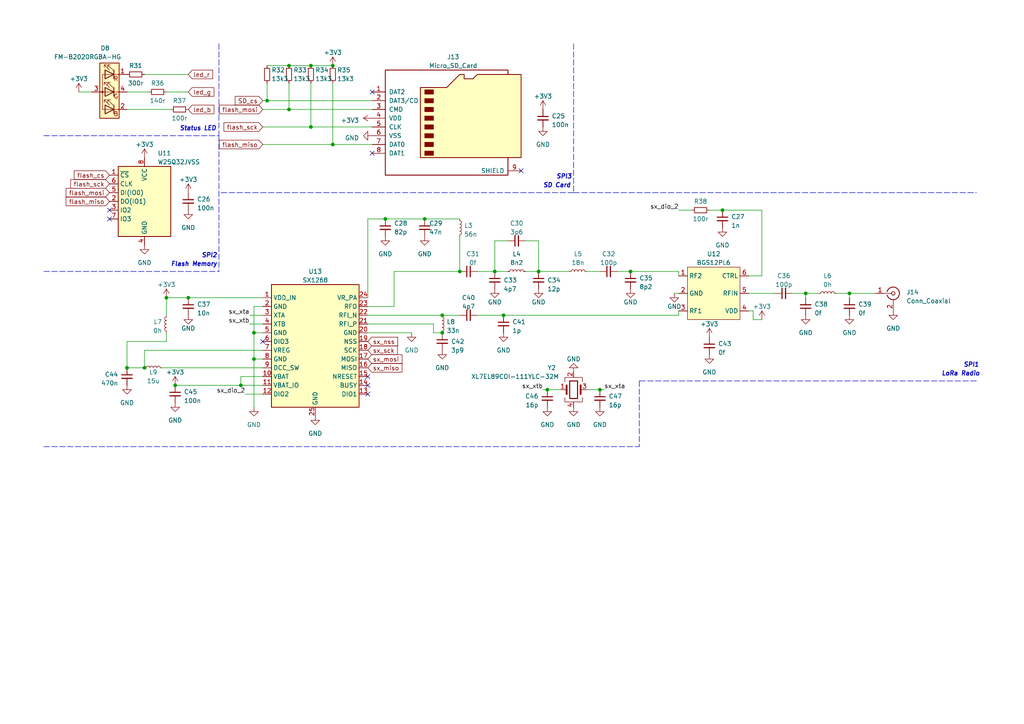
<source format=kicad_sch>
(kicad_sch (version 20230121) (generator eeschema)
  (paper "A4")
  (title_block (title "Connectivity") (company "markbel"))
  (lib_symbols
    (symbol "Connector:Conn_Coaxial" (pin_names (offset 1.016) hide)
      (property "Reference" "J" (at 0.254 3.048 0))
      (property "Value" "Conn_Coaxial" (at 2.921 0 90))
      (symbol "Conn_Coaxial_0_1"
        (arc (start -1.778 -0.508) (mid 0.2311 -1.8066) (end 1.778 0) (stroke (width 0.254)))
        (polyline (pts (xy -2.54 0) (xy -0.508 0)))
        (polyline (pts (xy 0 -2.54) (xy 0 -1.778)))
        (circle (center 0 0) (radius 0.508) (stroke (width 0.2032)))
        (arc (start 1.778 0) (mid 0.2099 1.8101) (end -1.778 0.508) (stroke (width 0.254)))
      )
      (symbol "Conn_Coaxial_1_1"
        (pin passive line (at -5.08 0 0) (length 2.54) (name "In") (number "1"))
        (pin passive line (at 0 -5.08 90) (length 2.54) (name "Ext") (number "2"))
      )
    )
    (symbol "Connector:Micro_SD_Card" (pin_names (offset 1.016))
      (property "Reference" "J" (at -16.51 15.24 0))
      (property "Value" "Micro_SD_Card" (at 16.51 15.24 0))
      (symbol "Micro_SD_Card_0_1"
        (rectangle (start -7.62 -9.525) (end -5.08 -10.795) (fill (type outline)))
        (rectangle (start -7.62 -6.985) (end -5.08 -8.255) (fill (type outline)))
        (rectangle (start -7.62 -4.445) (end -5.08 -5.715) (fill (type outline)))
        (rectangle (start -7.62 -1.905) (end -5.08 -3.175) (fill (type outline)))
        (rectangle (start -7.62 0.635) (end -5.08 -0.635) (fill (type outline)))
        (rectangle (start -7.62 3.175) (end -5.08 1.905) (fill (type outline)))
        (rectangle (start -7.62 5.715) (end -5.08 4.445) (fill (type outline)))
        (rectangle (start -7.62 8.255) (end -5.08 6.985) (fill (type outline)))
        (polyline (pts (xy 16.51 12.7) (xy 16.51 13.97) (xy -19.05 13.97) (xy -19.05 -16.51) (xy 16.51 -16.51) (xy 16.51 -11.43)) (stroke (width 0.254)))
        (polyline (pts (xy -8.89 -11.43) (xy -8.89 8.89) (xy -1.27 8.89) (xy 2.54 12.7) (xy 3.81 12.7) (xy 3.81 11.43) (xy 6.35 11.43) (xy 7.62 12.7) (xy 20.32 12.7) (xy 20.32 -11.43) (xy -8.89 -11.43)) (stroke (width 0.254)) (fill (type background)))
      )
      (symbol "Micro_SD_Card_1_1"
        (pin bidirectional line (at -22.86 7.62 0) (length 3.81) (name "DAT2") (number "1"))
        (pin bidirectional line (at -22.86 5.08 0) (length 3.81) (name "DAT3/CD") (number "2"))
        (pin input line (at -22.86 2.54 0) (length 3.81) (name "CMD") (number "3"))
        (pin power_in line (at -22.86 0 0) (length 3.81) (name "VDD") (number "4"))
        (pin input line (at -22.86 -2.54 0) (length 3.81) (name "CLK") (number "5"))
        (pin power_in line (at -22.86 -5.08 0) (length 3.81) (name "VSS") (number "6"))
        (pin bidirectional line (at -22.86 -7.62 0) (length 3.81) (name "DAT0") (number "7"))
        (pin bidirectional line (at -22.86 -10.16 0) (length 3.81) (name "DAT1") (number "8"))
        (pin passive line (at 20.32 -15.24 180) (length 3.81) (name "SHIELD") (number "9"))
      )
    )
    (symbol "Device:C_Small" (pin_numbers hide) (pin_names (offset 0.254) hide)
      (property "Reference" "C" (at 0.254 1.778 0))
      (property "Value" "C_Small" (at 0.254 -2.032 0))
      (symbol "C_Small_0_1"
        (polyline (pts (xy -1.524 -0.508) (xy 1.524 -0.508)) (stroke (width 0.3302)))
        (polyline (pts (xy -1.524 0.508) (xy 1.524 0.508)) (stroke (width 0.3048)))
      )
      (symbol "C_Small_1_1"
        (pin passive line (at 0 2.54 270) (length 2.032) (name "~") (number "1"))
        (pin passive line (at 0 -2.54 90) (length 2.032) (name "~") (number "2"))
      )
    )
    (symbol "Device:Crystal_GND24" (pin_names (offset 1.016) hide)
      (property "Reference" "Y" (at 3.175 5.08 0))
      (property "Value" "Crystal_GND24" (at 3.175 3.175 0))
      (symbol "Crystal_GND24_0_1"
        (rectangle (start -1.143 2.54) (end 1.143 -2.54) (stroke (width 0.3048)))
        (polyline (pts (xy -2.54 0) (xy -2.032 0)))
        (polyline (pts (xy -2.032 -1.27) (xy -2.032 1.27)) (stroke (width 0.508)))
        (polyline (pts (xy 0 -3.81) (xy 0 -3.556)))
        (polyline (pts (xy 0 3.556) (xy 0 3.81)))
        (polyline (pts (xy 2.032 -1.27) (xy 2.032 1.27)) (stroke (width 0.508)))
        (polyline (pts (xy 2.032 0) (xy 2.54 0)))
        (polyline (pts (xy -2.54 -2.286) (xy -2.54 -3.556) (xy 2.54 -3.556) (xy 2.54 -2.286)))
        (polyline (pts (xy -2.54 2.286) (xy -2.54 3.556) (xy 2.54 3.556) (xy 2.54 2.286)))
      )
      (symbol "Crystal_GND24_1_1"
        (pin passive line (at -3.81 0 0) (length 1.27) (name "1") (number "1"))
        (pin passive line (at 0 5.08 270) (length 1.27) (name "2") (number "2"))
        (pin passive line (at 3.81 0 180) (length 1.27) (name "3") (number "3"))
        (pin passive line (at 0 -5.08 90) (length 1.27) (name "4") (number "4"))
      )
    )
    (symbol "Device:LED_RBAG" (pin_names (offset 0) hide)
      (property "Reference" "D" (at 0 9.398 0))
      (property "Value" "LED_RBAG" (at 0 -8.89 0))
      (symbol "LED_RBAG_0_0"
        (text "B" (at -1.905 -6.35 0) (effects (font (size 1.27 1.27))))
        (text "G" (at -1.905 -1.27 0) (effects (font (size 1.27 1.27))))
        (text "R" (at -1.905 3.81 0) (effects (font (size 1.27 1.27))))
      )
      (symbol "LED_RBAG_0_1"
        (polyline (pts (xy -1.27 -5.08) (xy -2.54 -5.08)))
        (polyline (pts (xy -1.27 -5.08) (xy 1.27 -5.08)))
        (polyline (pts (xy -1.27 -3.81) (xy -1.27 -6.35)) (stroke (width 0.254)))
        (polyline (pts (xy -1.27 0) (xy -2.54 0)))
        (polyline (pts (xy -1.27 1.27) (xy -1.27 -1.27)) (stroke (width 0.254)))
        (polyline (pts (xy -1.27 5.08) (xy -2.54 5.08)))
        (polyline (pts (xy -1.27 5.08) (xy 1.27 5.08)))
        (polyline (pts (xy -1.27 6.35) (xy -1.27 3.81)) (stroke (width 0.254)))
        (polyline (pts (xy 1.27 0) (xy -1.27 0)))
        (polyline (pts (xy 1.27 0) (xy 2.54 0)))
        (polyline (pts (xy -1.27 1.27) (xy -1.27 -1.27) (xy -1.27 -1.27)))
        (polyline (pts (xy -1.27 6.35) (xy -1.27 3.81) (xy -1.27 3.81)))
        (polyline (pts (xy 1.27 -5.08) (xy 2.032 -5.08) (xy 2.032 5.08) (xy 1.27 5.08)))
        (polyline (pts (xy 1.27 -3.81) (xy 1.27 -6.35) (xy -1.27 -5.08) (xy 1.27 -3.81)) (stroke (width 0.254)))
        (polyline (pts (xy 1.27 1.27) (xy 1.27 -1.27) (xy -1.27 0) (xy 1.27 1.27)) (stroke (width 0.254)))
        (polyline (pts (xy 1.27 6.35) (xy 1.27 3.81) (xy -1.27 5.08) (xy 1.27 6.35)) (stroke (width 0.254)))
        (polyline (pts (xy -1.016 -3.81) (xy 0.508 -2.286) (xy -0.254 -2.286) (xy 0.508 -2.286) (xy 0.508 -3.048)))
        (polyline (pts (xy -1.016 1.27) (xy 0.508 2.794) (xy -0.254 2.794) (xy 0.508 2.794) (xy 0.508 2.032)))
        (polyline (pts (xy -1.016 6.35) (xy 0.508 7.874) (xy -0.254 7.874) (xy 0.508 7.874) (xy 0.508 7.112)))
        (polyline (pts (xy 0 -3.81) (xy 1.524 -2.286) (xy 0.762 -2.286) (xy 1.524 -2.286) (xy 1.524 -3.048)))
        (polyline (pts (xy 0 1.27) (xy 1.524 2.794) (xy 0.762 2.794) (xy 1.524 2.794) (xy 1.524 2.032)))
        (polyline (pts (xy 0 6.35) (xy 1.524 7.874) (xy 0.762 7.874) (xy 1.524 7.874) (xy 1.524 7.112)))
        (rectangle (start 1.27 -1.27) (end 1.27 1.27))
        (rectangle (start 1.27 1.27) (end 1.27 1.27))
        (rectangle (start 1.27 3.81) (end 1.27 6.35))
        (rectangle (start 1.27 6.35) (end 1.27 6.35))
        (circle (center 2.032 0) (radius 0.254) (fill (type outline)))
        (rectangle (start 2.794 8.382) (end -2.794 -7.62) (stroke (width 0.254)) (fill (type background)))
      )
      (symbol "LED_RBAG_1_1"
        (pin passive line (at -5.08 5.08 0) (length 2.54) (name "RK") (number "1"))
        (pin passive line (at -5.08 -5.08 0) (length 2.54) (name "BK") (number "2"))
        (pin passive line (at 5.08 0 180) (length 2.54) (name "A") (number "3"))
        (pin passive line (at -5.08 0 0) (length 2.54) (name "GK") (number "4"))
      )
    )
    (symbol "Device:L_Small" (pin_numbers hide) (pin_names (offset 0.254) hide)
      (property "Reference" "L" (at 0.762 1.016 0))
      (property "Value" "L_Small" (at 0.762 -1.016 0))
      (symbol "L_Small_0_1"
        (arc (start 0 -2.032) (mid 0.5058 -1.524) (end 0 -1.016))
        (arc (start 0 -1.016) (mid 0.5058 -0.508) (end 0 0))
        (arc (start 0 0) (mid 0.5058 0.508) (end 0 1.016))
        (arc (start 0 1.016) (mid 0.5058 1.524) (end 0 2.032))
      )
      (symbol "L_Small_1_1"
        (pin passive line (at 0 2.54 270) (length 0.508) (name "~") (number "1"))
        (pin passive line (at 0 -2.54 90) (length 0.508) (name "~") (number "2"))
      )
    )
    (symbol "Device:R_Small" (pin_numbers hide) (pin_names (offset 0.254) hide)
      (property "Reference" "R" (at 0.762 0.508 0))
      (property "Value" "R_Small" (at 0.762 -1.016 0))
      (symbol "R_Small_0_1"
        (rectangle (start -0.762 1.778) (end 0.762 -1.778) (stroke (width 0.2032)))
      )
      (symbol "R_Small_1_1"
        (pin passive line (at 0 2.54 270) (length 0.762) (name "~") (number "1"))
        (pin passive line (at 0 -2.54 90) (length 0.762) (name "~") (number "2"))
      )
    )
    (symbol "Memory_Flash:W25Q32JVSS"
      (property "Reference" "U" (at -6.35 11.43 0))
      (property "Value" "W25Q32JVSS" (at 7.62 11.43 0))
      (symbol "W25Q32JVSS_0_1"
        (rectangle (start -7.62 10.16) (end 7.62 -10.16) (stroke (width 0.254)) (fill (type background)))
      )
      (symbol "W25Q32JVSS_1_1"
        (pin input line (at -10.16 7.62 0) (length 2.54) (name "~{CS}") (number "1"))
        (pin bidirectional line (at -10.16 0 0) (length 2.54) (name "DO(IO1)") (number "2"))
        (pin bidirectional line (at -10.16 -2.54 0) (length 2.54) (name "IO2") (number "3"))
        (pin power_in line (at 0 -12.7 90) (length 2.54) (name "GND") (number "4"))
        (pin bidirectional line (at -10.16 2.54 0) (length 2.54) (name "DI(IO0)") (number "5"))
        (pin input line (at -10.16 5.08 0) (length 2.54) (name "CLK") (number "6"))
        (pin bidirectional line (at -10.16 -5.08 0) (length 2.54) (name "IO3") (number "7"))
        (pin power_in line (at 0 12.7 270) (length 2.54) (name "VCC") (number "8"))
      )
    )
    (symbol "impulse:BGS12PL6"
      (property "Reference" "U" (at 0 0 0))
      (property "Value" "BGS12PL6" (at 0 -2.54 0))
      (symbol "BGS12PL6_1_1"
        (rectangle (start -7.62 -5.08) (end 7.62 -20.32) (fill (type background)))
        (pin passive line (at -10.16 -7.62 0) (length 2.54) (name "RF2") (number "1"))
        (pin power_in line (at -10.16 -12.7 0) (length 2.54) (name "GND") (number "2"))
        (pin passive line (at -10.16 -17.78 0) (length 2.54) (name "RF1") (number "3"))
        (pin power_in line (at 10.16 -17.78 180) (length 2.54) (name "VDD") (number "4"))
        (pin passive line (at 10.16 -12.7 180) (length 2.54) (name "RFIN") (number "5"))
        (pin input line (at 10.16 -7.62 180) (length 2.54) (name "CTRL") (number "6"))
      )
    )
    (symbol "impulse:sx1268"
      (property "Reference" "U" (at 0 0 0))
      (property "Value" "SX1268" (at 0 0 0))
      (symbol "sx1268_0_1"
        (rectangle (start -12.7 -2.54) (end 12.7 -38.1) (stroke (width 0.254)) (fill (type background)))
      )
      (symbol "sx1268_1_1"
        (pin power_in line (at -15.24 -6.35 0) (length 2.54) (name "VDD_IN") (number "1"))
        (pin input line (at -15.24 -29.21 0) (length 2.54) (name "VBAT") (number "10"))
        (pin input line (at -15.24 -31.75 0) (length 2.54) (name "VBAT_IO") (number "11"))
        (pin bidirectional line (at -15.24 -34.29 0) (length 2.54) (name "DIO2") (number "12"))
        (pin bidirectional line (at 15.24 -34.29 180) (length 2.54) (name "DIO1") (number "13"))
        (pin output line (at 15.24 -31.75 180) (length 2.54) (name "BUSY") (number "14"))
        (pin input line (at 15.24 -29.21 180) (length 2.54) (name "NRESET") (number "15"))
        (pin output line (at 15.24 -26.67 180) (length 2.54) (name "MISO") (number "16"))
        (pin input line (at 15.24 -24.13 180) (length 2.54) (name "MOSI") (number "17"))
        (pin input line (at 15.24 -21.59 180) (length 2.54) (name "SCK") (number "18"))
        (pin input line (at 15.24 -19.05 180) (length 2.54) (name "NSS") (number "19"))
        (pin power_in line (at -15.24 -8.89 0) (length 2.54) (name "GND") (number "2"))
        (pin power_in line (at 15.24 -16.51 180) (length 2.54) (name "GND") (number "20"))
        (pin input line (at 15.24 -13.97 180) (length 2.54) (name "RFI_P") (number "21"))
        (pin input line (at 15.24 -11.43 180) (length 2.54) (name "RFI_N") (number "22"))
        (pin output line (at 15.24 -8.89 180) (length 2.54) (name "RFO") (number "23"))
        (pin bidirectional line (at 15.24 -6.35 180) (length 2.54) (name "VR_PA") (number "24"))
        (pin power_in line (at 0 -40.64 90) (length 2.54) (name "GND") (number "25"))
        (pin passive line (at -15.24 -11.43 0) (length 2.54) (name "XTA") (number "3"))
        (pin passive line (at -15.24 -13.97 0) (length 2.54) (name "XTB") (number "4"))
        (pin power_in line (at -15.24 -16.51 0) (length 2.54) (name "GND") (number "5"))
        (pin bidirectional line (at -15.24 -19.05 0) (length 2.54) (name "DIO3") (number "6"))
        (pin output line (at -15.24 -21.59 0) (length 2.54) (name "VREG") (number "7"))
        (pin power_in line (at -15.24 -24.13 0) (length 2.54) (name "GND") (number "8"))
        (pin output line (at -15.24 -26.67 0) (length 2.54) (name "DCC_SW") (number "9"))
      )
    )
    (symbol "power:+3V3" (power) (pin_names (offset 0))
      (property "Value" "+3V3" (at 0 3.556 0))
      (symbol "+3V3_0_1"
        (polyline (pts (xy -0.762 1.27) (xy 0 2.54)))
        (polyline (pts (xy 0 0) (xy 0 2.54)))
        (polyline (pts (xy 0 2.54) (xy 0.762 1.27)))
      )
      (symbol "+3V3_1_1"
        (pin power_in line (at 0 0 90) (length 0) hide (name "+3V3") (number "1"))
      )
    )
    (symbol "power:GND" (power) (pin_names (offset 0))
      (property "Value" "GND" (at 0 -3.81 0))
      (symbol "GND_0_1"
        (polyline (pts (xy 0 0) (xy 0 -1.27) (xy 1.27 -1.27) (xy 0 -2.54) (xy -1.27 -1.27) (xy 0 -1.27)))
      )
      (symbol "GND_1_1"
        (pin power_in line (at 0 0 270) (length 0) hide (name "GND") (number "1"))
      )
    )
  )
  (junction (at 128.27 91.44))
  (junction (at 146.05 91.44))
  (junction (at 54.61 86.36))
  (junction (at 209.55 60.96))
  (junction (at 48.26 86.36))
  (junction (at 128.27 96.52))
  (junction (at 156.21 78.74))
  (junction (at 246.38 85.09))
  (junction (at 96.52 19.05))
  (junction (at 73.66 96.52))
  (junction (at 111.76 63.5))
  (junction (at 90.17 36.83))
  (junction (at 158.75 113.03))
  (junction (at 133.35 78.74))
  (junction (at 90.17 19.05))
  (junction (at 96.52 41.91))
  (junction (at 69.85 111.76))
  (junction (at 41.91 106.68))
  (junction (at 143.51 78.74))
  (junction (at 233.68 85.09))
  (junction (at 123.19 63.5))
  (junction (at 73.66 104.14))
  (junction (at 83.82 31.75))
  (junction (at 36.83 106.68))
  (junction (at 182.88 78.74))
  (junction (at 77.47 29.21))
  (junction (at 173.99 113.03))
  (junction (at 83.82 19.05))
  (junction (at 50.8 111.76))
  (no_connect (at 107.95 26.67))
  (no_connect (at 106.68 109.22))
  (no_connect (at 107.95 44.45))
  (no_connect (at 31.75 60.96))
  (no_connect (at 151.13 49.53))
  (no_connect (at 106.68 114.3))
  (no_connect (at 76.2 99.06))
  (no_connect (at 31.75 63.5))
  (no_connect (at 106.68 111.76))
  (wire (pts (xy 229.87 85.09) (xy 233.68 85.09)))
  (wire (pts (xy 76.2 88.9) (xy 73.66 88.9)))
  (wire (pts (xy 76.2 41.91) (xy 96.52 41.91)))
  (wire (pts (xy 36.83 99.06) (xy 36.83 106.68)))
  (wire (pts (xy 41.91 21.59) (xy 54.61 21.59)))
  (wire (pts (xy 125.73 96.52) (xy 128.27 96.52)))
  (polyline (pts (xy 12.7 129.54) (xy 185.42 129.54)) (stroke (width 0) (type dash)))
  (wire (pts (xy 73.66 104.14) (xy 73.66 118.11)))
  (wire (pts (xy 106.68 96.52) (xy 119.38 96.52)))
  (wire (pts (xy 217.17 85.09) (xy 224.79 85.09)))
  (wire (pts (xy 158.75 113.03) (xy 162.56 113.03)))
  (wire (pts (xy 76.2 104.14) (xy 73.66 104.14)))
  (wire (pts (xy 170.18 113.03) (xy 173.99 113.03)))
  (wire (pts (xy 90.17 19.05) (xy 96.52 19.05)))
  (wire (pts (xy 76.2 36.83) (xy 90.17 36.83)))
  (wire (pts (xy 69.85 109.22) (xy 69.85 111.76)))
  (wire (pts (xy 233.68 85.09) (xy 233.68 86.36)))
  (polyline (pts (xy 12.7 78.74) (xy 63.5 78.74)) (stroke (width 0) (type dash)))
  (wire (pts (xy 83.82 24.13) (xy 83.82 31.75)))
  (wire (pts (xy 77.47 29.21) (xy 107.95 29.21)))
  (wire (pts (xy 96.52 24.13) (xy 96.52 41.91)))
  (wire (pts (xy 76.2 101.6) (xy 41.91 101.6)))
  (wire (pts (xy 143.51 78.74) (xy 147.32 78.74)))
  (wire (pts (xy 72.39 93.98) (xy 76.2 93.98)))
  (wire (pts (xy 143.51 69.85) (xy 143.51 78.74)))
  (wire (pts (xy 125.73 93.98) (xy 125.73 96.52)))
  (wire (pts (xy 196.85 60.96) (xy 200.66 60.96)))
  (wire (pts (xy 218.44 90.17) (xy 218.44 92.71)))
  (wire (pts (xy 73.66 96.52) (xy 73.66 104.14)))
  (wire (pts (xy 106.68 91.44) (xy 128.27 91.44)))
  (wire (pts (xy 123.19 63.5) (xy 133.35 63.5)))
  (wire (pts (xy 233.68 85.09) (xy 237.49 85.09)))
  (polyline (pts (xy 185.42 110.49) (xy 185.42 129.54)) (stroke (width 0) (type dash)))
  (wire (pts (xy 76.2 96.52) (xy 73.66 96.52)))
  (polyline (pts (xy 283.21 110.49) (xy 185.42 110.49)) (stroke (width 0) (type dash)))
  (wire (pts (xy 77.47 24.13) (xy 77.47 29.21)))
  (wire (pts (xy 26.67 26.67) (xy 22.86 26.67)))
  (wire (pts (xy 128.27 91.44) (xy 133.35 91.44)))
  (wire (pts (xy 77.47 19.05) (xy 83.82 19.05)))
  (wire (pts (xy 146.05 91.44) (xy 196.85 91.44)))
  (polyline (pts (xy 12.7 39.37) (xy 63.5 39.37)) (stroke (width 0) (type dash)))
  (polyline (pts (xy 166.37 55.88) (xy 283.21 55.88)) (stroke (width 0) (type dash)))
  (wire (pts (xy 114.3 78.74) (xy 133.35 78.74)))
  (wire (pts (xy 71.12 114.3) (xy 76.2 114.3)))
  (wire (pts (xy 106.68 88.9) (xy 114.3 88.9)))
  (wire (pts (xy 246.38 85.09) (xy 242.57 85.09)))
  (wire (pts (xy 76.2 31.75) (xy 83.82 31.75)))
  (wire (pts (xy 106.68 86.36) (xy 106.68 63.5)))
  (polyline (pts (xy 166.37 12.7) (xy 166.37 55.88)) (stroke (width 0) (type dash)))
  (wire (pts (xy 54.61 86.36) (xy 76.2 86.36)))
  (wire (pts (xy 195.58 85.09) (xy 196.85 85.09)))
  (wire (pts (xy 209.55 60.96) (xy 220.98 60.96)))
  (wire (pts (xy 152.4 78.74) (xy 156.21 78.74)))
  (wire (pts (xy 205.74 60.96) (xy 209.55 60.96)))
  (wire (pts (xy 182.88 78.74) (xy 196.85 78.74)))
  (wire (pts (xy 50.8 111.76) (xy 69.85 111.76)))
  (wire (pts (xy 157.48 113.03) (xy 158.75 113.03)))
  (wire (pts (xy 73.66 88.9) (xy 73.66 96.52)))
  (wire (pts (xy 217.17 90.17) (xy 218.44 90.17)))
  (wire (pts (xy 246.38 85.09) (xy 254 85.09)))
  (wire (pts (xy 170.18 78.74) (xy 173.99 78.74)))
  (wire (pts (xy 217.17 80.01) (xy 220.98 80.01)))
  (wire (pts (xy 111.76 63.5) (xy 123.19 63.5)))
  (wire (pts (xy 48.26 96.52) (xy 48.26 99.06)))
  (wire (pts (xy 46.99 106.68) (xy 76.2 106.68)))
  (wire (pts (xy 83.82 19.05) (xy 90.17 19.05)))
  (wire (pts (xy 106.68 63.5) (xy 111.76 63.5)))
  (wire (pts (xy 218.44 92.71) (xy 220.98 92.71)))
  (wire (pts (xy 138.43 91.44) (xy 146.05 91.44)))
  (wire (pts (xy 196.85 91.44) (xy 196.85 90.17)))
  (wire (pts (xy 156.21 69.85) (xy 156.21 78.74)))
  (wire (pts (xy 182.88 78.74) (xy 179.07 78.74)))
  (wire (pts (xy 48.26 99.06) (xy 36.83 99.06)))
  (wire (pts (xy 106.68 93.98) (xy 125.73 93.98)))
  (wire (pts (xy 76.2 29.21) (xy 77.47 29.21)))
  (wire (pts (xy 114.3 88.9) (xy 114.3 78.74)))
  (polyline (pts (xy 63.5 39.37) (xy 63.5 78.74)) (stroke (width 0) (type dash)))
  (wire (pts (xy 156.21 78.74) (xy 165.1 78.74)))
  (wire (pts (xy 90.17 36.83) (xy 107.95 36.83)))
  (wire (pts (xy 36.83 31.75) (xy 49.53 31.75)))
  (wire (pts (xy 54.61 86.36) (xy 48.26 86.36)))
  (wire (pts (xy 138.43 78.74) (xy 143.51 78.74)))
  (wire (pts (xy 41.91 101.6) (xy 41.91 106.68)))
  (wire (pts (xy 196.85 78.74) (xy 196.85 80.01)))
  (wire (pts (xy 246.38 86.36) (xy 246.38 85.09)))
  (wire (pts (xy 147.32 69.85) (xy 143.51 69.85)))
  (wire (pts (xy 173.99 113.03) (xy 175.26 113.03)))
  (wire (pts (xy 220.98 80.01) (xy 220.98 60.96)))
  (wire (pts (xy 69.85 111.76) (xy 76.2 111.76)))
  (wire (pts (xy 48.26 86.36) (xy 48.26 91.44)))
  (wire (pts (xy 133.35 68.58) (xy 133.35 78.74)))
  (wire (pts (xy 36.83 26.67) (xy 43.18 26.67)))
  (wire (pts (xy 152.4 69.85) (xy 156.21 69.85)))
  (polyline (pts (xy 166.37 55.88) (xy 63.5 55.88)) (stroke (width 0) (type dash)))
  (polyline (pts (xy 63.5 12.7) (xy 63.5 39.37)) (stroke (width 0) (type dash)))
  (wire (pts (xy 90.17 24.13) (xy 90.17 36.83)))
  (wire (pts (xy 72.39 91.44) (xy 76.2 91.44)))
  (wire (pts (xy 36.83 106.68) (xy 41.91 106.68)))
  (wire (pts (xy 76.2 109.22) (xy 69.85 109.22)))
  (wire (pts (xy 96.52 41.91) (xy 107.95 41.91)))
  (wire (pts (xy 83.82 31.75) (xy 107.95 31.75)))
  (wire (pts (xy 48.26 26.67) (xy 54.61 26.67)))
  (text "SPI2" (at 58.42 74.93 0) (effects (font (size 1.27 1.27) (thickness 0.254) bold italic) (justify left bottom)))
  (text "SPI3\n" (at 161.29 52.07 0) (effects (font (size 1.27 1.27) (thickness 0.254) bold italic) (justify left bottom)))
  (text "LoRa Radio" (at 273.05 109.22 0) (effects (font (size 1.27 1.27) (thickness 0.254) bold italic) (justify left bottom)))
  (text "Status LED" (at 52.07 38.1 0) (effects (font (size 1.27 1.27) (thickness 0.254) bold italic) (justify left bottom)))
  (text "SPI1" (at 279.4 106.68 0) (effects (font (size 1.27 1.27) (thickness 0.254) bold italic) (justify left bottom)))
  (text "Flash Memory" (at 49.53 77.47 0) (effects (font (size 1.27 1.27) (thickness 0.254) bold italic) (justify left bottom)))
  (text "SD Card" (at 157.48 54.61 0) (effects (font (size 1.27 1.27) (thickness 0.254) bold italic) (justify left bottom)))
  (label "sx_dio_2" (at 196.85 60.96 180))
  (label "sx_xta" (at 175.26 113.03 0))
  (label "sx_xta" (at 72.39 91.44 180))
  (label "sx_xtb" (at 157.48 113.03 180))
  (label "sx_dio_2" (at 71.12 114.3 180))
  (label "sx_xtb" (at 72.39 93.98 180))
  (global_label "flash_sck" (shape input) (at 76.2 36.83 180) (property "Intersheetrefs" "${INTERSHEET_REFS}" (effects hide)))
  (global_label "sx_sck" (shape input) (at 106.68 101.6 0) (property "Intersheetrefs" "${INTERSHEET_REFS}" (effects hide)))
  (global_label "flash_mosi" (shape input) (at 31.75 55.88 180) (property "Intersheetrefs" "${INTERSHEET_REFS}" (effects hide)))
  (global_label "led_b" (shape input) (at 54.61 31.75 0) (property "Intersheetrefs" "${INTERSHEET_REFS}" (effects hide)))
  (global_label "flash_sck" (shape input) (at 31.75 53.34 180) (property "Intersheetrefs" "${INTERSHEET_REFS}" (effects hide)))
  (global_label "sx_mosi" (shape input) (at 106.68 104.14 0) (property "Intersheetrefs" "${INTERSHEET_REFS}" (effects hide)))
  (global_label "led_g" (shape input) (at 54.61 26.67 0) (property "Intersheetrefs" "${INTERSHEET_REFS}" (effects hide)))
  (global_label "SD_cs" (shape input) (at 76.2 29.21 180) (property "Intersheetrefs" "${INTERSHEET_REFS}" (effects hide)))
  (global_label "flash_mosi" (shape input) (at 76.2 31.75 180) (property "Intersheetrefs" "${INTERSHEET_REFS}" (effects hide)))
  (global_label "sx_miso" (shape input) (at 106.68 106.68 0) (property "Intersheetrefs" "${INTERSHEET_REFS}" (effects hide)))
  (global_label "flash_miso" (shape input) (at 76.2 41.91 180) (property "Intersheetrefs" "${INTERSHEET_REFS}" (effects hide)))
  (global_label "led_r" (shape input) (at 54.61 21.59 0) (property "Intersheetrefs" "${INTERSHEET_REFS}" (effects hide)))
  (global_label "sx_nss" (shape input) (at 106.68 99.06 0) (property "Intersheetrefs" "${INTERSHEET_REFS}" (effects hide)))
  (global_label "flash_cs" (shape input) (at 31.75 50.8 180) (property "Intersheetrefs" "${INTERSHEET_REFS}" (effects hide)))
  (global_label "flash_miso" (shape input) (at 31.75 58.42 180) (property "Intersheetrefs" "${INTERSHEET_REFS}" (effects hide)))
  (symbol (lib_id "Device:L_Small") (at 167.64 78.74 90) (unit 1)
    (property "Reference" "L5" (at 167.64 73.66 90))
    (property "Value" "18n" (at 167.64 76.2 90))
    (property "Footprint" "Inductor_SMD:L_0402_1005Metric" (effects hide))
    (property "lcsc" "C395050" (effects hide))
  )
  (symbol (lib_id "Device:L_Small") (at 133.35 66.04 0) (unit 1)
    (property "Reference" "L3" (at 134.62 65.405 0) (effects (justify left)))
    (property "Value" "56n" (at 134.62 67.945 0) (effects (justify left)))
    (property "Footprint" "Inductor_SMD:L_0402_1005Metric" (effects hide))
    (property "lcsc" "C90181" (effects hide))
  )
  (symbol (lib_id "Device:R_Small") (at 52.07 31.75 90) (unit 1)
    (property "Reference" "R37" (at 52.07 29.21 90))
    (property "Value" "100r" (at 52.07 34.29 90))
    (property "Footprint" "Resistor_SMD:R_0402_1005Metric" (effects hide))
    (property "lcsc" "C3152058" (effects hide))
  )
  (symbol (lib_id "Device:C_Small") (at 135.89 78.74 90) (unit 1)
    (property "Reference" "C31" (at 137.16 73.66 90))
    (property "Value" "0f" (at 137.16 76.2 90))
    (property "Footprint" "Capacitor_SMD:C_0402_1005Metric" (effects hide))
  )
  (symbol (lib_id "Device:L_Small") (at 44.45 106.68 90) (unit 1)
    (property "Reference" "L9" (at 44.45 107.95 90))
    (property "Value" "15u" (at 44.45 110.49 90))
    (property "Footprint" "Inductor_SMD:L_0805_2012Metric" (effects hide))
    (property "lcsc" "C383402" (effects hide))
  )
  (symbol (lib_id "Device:R_Small") (at 77.47 21.59 0) (unit 1)
    (property "Reference" "R32" (at 78.74 20.32 0) (effects (justify left)))
    (property "Value" "13k3" (at 78.74 22.86 0) (effects (justify left)))
    (property "Footprint" "Resistor_SMD:R_0402_1005Metric" (effects hide))
    (property "lcsc" "C3015832" (effects hide))
  )
  (symbol (lib_id "Device:C_Small") (at 36.83 109.22 0) (unit 1)
    (property "Reference" "C44" (at 34.29 108.5913 0) (effects (justify right)))
    (property "Value" "470n" (at 34.29 111.1313 0) (effects (justify right)))
    (property "Footprint" "Capacitor_SMD:C_0402_1005Metric" (effects hide))
    (property "lcsc" "C5142573" (effects hide))
  )
  (symbol (lib_id "power:GND") (at 54.61 91.44 0) (unit 1)
    (property "Reference" "#PWR092" (effects hide))
    (property "Value" "GND" (at 54.61 95.25 0))
  )
  (symbol (lib_id "Memory_Flash:W25Q32JVSS") (at 41.91 58.42 0) (unit 1)
    (property "Reference" "U11" (at 45.72 44.45 0) (effects (justify left)))
    (property "Value" "W25Q32JVSS" (at 45.72 46.99 0) (effects (justify left)))
    (property "Footprint" "Package_SO:SOIC-8_5.23x5.23mm_P1.27mm" (effects hide))
    (property "Datasheet" "http://www.winbond.com/resource-files/w25q32jv%20revg%2003272018%20plus.pdf" (effects hide))
    (property "lcsc" " C2834491" (effects hide))
  )
  (symbol (lib_id "Device:C_Small") (at 54.61 58.42 0) (unit 1)
    (property "Reference" "C26" (at 57.15 57.7913 0) (effects (justify left)))
    (property "Value" "100n" (at 57.15 60.3313 0) (effects (justify left)))
    (property "Footprint" "Capacitor_SMD:C_0402_1005Metric" (effects hide))
    (property "lcsc" "C1525" (effects hide))
  )
  (symbol (lib_id "Device:C_Small") (at 209.55 63.5 0) (unit 1)
    (property "Reference" "C27" (at 212.09 62.8713 0) (effects (justify left)))
    (property "Value" "1n" (at 212.09 65.4113 0) (effects (justify left)))
    (property "Footprint" "Capacitor_SMD:C_0402_1005Metric" (effects hide))
    (property "lcsc" "C53547" (effects hide))
  )
  (symbol (lib_id "Device:C_Small") (at 157.48 34.29 0) (unit 1)
    (property "Reference" "C25" (at 160.02 33.6613 0) (effects (justify left)))
    (property "Value" "100n" (at 160.02 36.2013 0) (effects (justify left)))
    (property "Footprint" "Capacitor_SMD:C_0402_1005Metric" (effects hide))
    (property "lcsc" "C1525" (effects hide))
  )
  (symbol (lib_id "Device:C_Small") (at 156.21 81.28 0) (unit 1)
    (property "Reference" "C34" (at 158.75 81.28 0) (effects (justify left)))
    (property "Value" "12p" (at 158.75 83.82 0) (effects (justify left)))
    (property "Footprint" "Capacitor_SMD:C_0402_1005Metric" (effects hide))
    (property "lcsc" "C1547" (effects hide))
  )
  (symbol (lib_id "power:+3V3") (at 205.74 97.79 0) (unit 1)
    (property "Reference" "#PWR098" (effects hide))
    (property "Value" "+3V3" (at 205.74 93.98 0))
  )
  (symbol (lib_id "power:GND") (at 166.37 118.11 0) (unit 1)
    (property "Reference" "#PWR0107" (effects hide))
    (property "Value" "GND" (at 166.37 123.19 0))
  )
  (symbol (lib_id "power:GND") (at 50.8 116.84 0) (unit 1)
    (property "Reference" "#PWR0104" (effects hide))
    (property "Value" "GND" (at 50.8 121.92 0))
  )
  (symbol (lib_id "Device:L_Small") (at 149.86 78.74 90) (unit 1)
    (property "Reference" "L4" (at 149.86 73.66 90))
    (property "Value" "8n2" (at 149.86 76.2 90))
    (property "Footprint" "Inductor_SMD:L_0402_1005Metric" (effects hide))
    (property "lcsc" "C90138" (effects hide))
  )
  (symbol (lib_id "power:GND") (at 41.91 71.12 0) (unit 1)
    (property "Reference" "#PWR085" (effects hide))
    (property "Value" "GND" (at 41.91 76.2 0))
  )
  (symbol (lib_id "power:GND") (at 54.61 60.96 0) (unit 1)
    (property "Reference" "#PWR081" (effects hide))
    (property "Value" "GND" (at 54.61 66.04 0))
  )
  (symbol (lib_id "Device:L_Small") (at 128.27 93.98 0) (unit 1)
    (property "Reference" "L8" (at 129.54 93.345 0) (effects (justify left)))
    (property "Value" "33n" (at 129.54 95.885 0) (effects (justify left)))
    (property "Footprint" "Inductor_SMD:L_0402_1005Metric" (effects hide))
    (property "lcsc" "C381885" (effects hide))
  )
  (symbol (lib_id "power:GND") (at 91.44 120.65 0) (unit 1)
    (property "Reference" "#PWR0109" (effects hide))
    (property "Value" "GND" (at 91.44 125.73 0))
  )
  (symbol (lib_id "Device:R_Small") (at 45.72 26.67 90) (unit 1)
    (property "Reference" "R36" (at 45.72 24.13 90))
    (property "Value" "140r" (at 45.72 29.21 90))
    (property "Footprint" "Resistor_SMD:R_0402_1005Metric" (effects hide))
    (property "lcsc" "C3015963" (effects hide))
  )
  (symbol (lib_id "Device:C_Small") (at 128.27 99.06 0) (unit 1)
    (property "Reference" "C42" (at 130.81 99.06 0) (effects (justify left)))
    (property "Value" "3p9" (at 130.81 101.6 0) (effects (justify left)))
    (property "Footprint" "Capacitor_SMD:C_0402_1005Metric" (effects hide))
    (property "lcsc" "C696882" (effects hide))
  )
  (symbol (lib_id "power:+3V3") (at 54.61 55.88 0) (mirror y) (unit 1)
    (property "Reference" "#PWR080" (effects hide))
    (property "Value" "+3V3" (at 54.61 52.07 0))
  )
  (symbol (lib_id "power:+3V3") (at 50.8 111.76 0) (mirror y) (unit 1)
    (property "Reference" "#PWR0103" (effects hide))
    (property "Value" "+3V3" (at 50.8 107.95 0))
  )
  (symbol (lib_id "power:GND") (at 143.51 83.82 0) (unit 1)
    (property "Reference" "#PWR086" (effects hide))
    (property "Value" "GND" (at 143.51 87.63 0))
  )
  (symbol (lib_id "power:GND") (at 73.66 118.11 0) (unit 1)
    (property "Reference" "#PWR0105" (effects hide))
    (property "Value" "GND" (at 73.66 123.19 0))
  )
  (symbol (lib_id "Connector:Micro_SD_Card") (at 130.81 34.29 0) (unit 1)
    (property "Reference" "J13" (at 131.445 16.51 0))
    (property "Value" "Micro_SD_Card" (at 131.445 19.05 0))
    (property "Footprint" "Connector_Card:microSD-Generic" (effects hide))
    (property "Datasheet" "http://katalog.we-online.de/em/datasheet/693072010801.pdf" (effects hide))
    (property "lcsc" "C393941" (effects hide))
  )
  (symbol (lib_id "Device:C_Small") (at 146.05 93.98 0) (unit 1)
    (property "Reference" "C41" (at 148.59 93.3513 0) (effects (justify left)))
    (property "Value" "1p" (at 148.59 95.8913 0) (effects (justify left)))
    (property "Footprint" "Capacitor_SMD:C_0402_1005Metric" (effects hide))
    (property "lcsc" "C5137619" (effects hide))
  )
  (symbol (lib_id "Device:C_Small") (at 233.68 88.9 180) (unit 1)
    (property "Reference" "C38" (at 236.22 88.2586 0) (effects (justify right)))
    (property "Value" "0f" (at 236.22 90.7986 0) (effects (justify right)))
    (property "Footprint" "Capacitor_SMD:C_0402_1005Metric" (effects hide))
  )
  (symbol (lib_id "power:GND") (at 157.48 36.83 0) (unit 1)
    (property "Reference" "#PWR077" (effects hide))
    (property "Value" "GND" (at 157.48 41.91 0))
  )
  (symbol (lib_id "Device:C_Small") (at 54.61 88.9 0) (unit 1)
    (property "Reference" "C37" (at 57.15 88.2713 0) (effects (justify left)))
    (property "Value" "10n" (at 57.15 90.8113 0) (effects (justify left)))
    (property "Footprint" "Capacitor_SMD:C_0603_1608Metric" (effects hide))
    (property "lcsc" "C525264" (effects hide))
  )
  (symbol (lib_id "power:GND") (at 205.74 102.87 0) (unit 1)
    (property "Reference" "#PWR0100" (effects hide))
    (property "Value" "GND" (at 205.74 107.95 0))
  )
  (symbol (lib_id "power:GND") (at 158.75 118.11 0) (unit 1)
    (property "Reference" "#PWR0106" (effects hide))
    (property "Value" "GND" (at 158.75 123.19 0))
  )
  (symbol (lib_id "power:+3V3") (at 22.86 26.67 0) (mirror y) (unit 1)
    (property "Reference" "#PWR074" (effects hide))
    (property "Value" "+3V3" (at 22.86 22.86 0))
  )
  (symbol (lib_id "Device:C_Small") (at 173.99 115.57 0) (unit 1)
    (property "Reference" "C47" (at 176.53 114.9413 0) (effects (justify left)))
    (property "Value" "16p" (at 176.53 117.4813 0) (effects (justify left)))
    (property "Footprint" "Capacitor_SMD:C_0402_1005Metric" (effects hide))
    (property "lcsc" "C5142569" (effects hide))
  )
  (symbol (lib_id "power:+3V3") (at 157.48 31.75 0) (mirror y) (unit 1)
    (property "Reference" "#PWR075" (effects hide))
    (property "Value" "+3V3" (at 157.48 27.94 0))
  )
  (symbol (lib_id "Device:C_Small") (at 246.38 88.9 0) (unit 1)
    (property "Reference" "C39" (at 248.92 88.2713 0) (effects (justify left)))
    (property "Value" "0f" (at 248.92 90.8113 0) (effects (justify left)))
    (property "Footprint" "Capacitor_SMD:C_0402_1005Metric" (effects hide))
  )
  (symbol (lib_id "Device:C_Small") (at 149.86 69.85 90) (unit 1)
    (property "Reference" "C30" (at 149.86 64.77 90))
    (property "Value" "3p6" (at 149.86 67.31 90))
    (property "Footprint" "Capacitor_SMD:C_0402_1005Metric" (effects hide))
    (property "lcsc" "C5186879" (effects hide))
  )
  (symbol (lib_id "Device:L_Small") (at 48.26 93.98 0) (mirror y) (unit 1)
    (property "Reference" "L7" (at 46.99 93.345 0) (effects (justify left)))
    (property "Value" "0h" (at 46.99 95.885 0) (effects (justify left)))
    (property "Footprint" "Inductor_SMD:L_0402_1005Metric" (effects hide))
  )
  (symbol (lib_id "Device:LED_RBAG") (at 31.75 26.67 0) (mirror y) (unit 1)
    (property "Reference" "D8" (at 30.48 13.97 0))
    (property "Value" "FM-B2020RGBA-HG" (at 25.4 16.51 0))
    (property "Footprint" "LED_SMD:FM-B2020RGBA-HG" (effects hide))
    (property "lcsc" "C108793" (effects hide))
  )
  (symbol (lib_id "Device:C_Small") (at 176.53 78.74 90) (unit 1)
    (property "Reference" "C32" (at 176.5363 73.66 90))
    (property "Value" "100p" (at 176.5363 76.2 90))
    (property "Footprint" "Capacitor_SMD:C_0402_1005Metric" (effects hide))
    (property "lcsc" "C1546" (effects hide))
  )
  (symbol (lib_id "power:GND") (at 246.38 91.44 0) (unit 1)
    (property "Reference" "#PWR094" (effects hide))
    (property "Value" "GND" (at 246.38 96.52 0))
  )
  (symbol (lib_id "power:GND") (at 128.27 101.6 0) (unit 1)
    (property "Reference" "#PWR099" (effects hide))
    (property "Value" "GND" (at 128.27 106.68 0))
  )
  (symbol (lib_id "power:GND") (at 259.08 90.17 0) (unit 1)
    (property "Reference" "#PWR091" (effects hide))
    (property "Value" "GND" (at 259.08 95.25 0))
  )
  (symbol (lib_id "Device:R_Small") (at 203.2 60.96 90) (unit 1)
    (property "Reference" "R38" (at 203.2 58.42 90))
    (property "Value" "100r" (at 203.2 63.5 90))
    (property "Footprint" "Resistor_SMD:R_0402_1005Metric" (effects hide))
    (property "lcsc" "C3152058" (effects hide))
  )
  (symbol (lib_id "Device:C_Small") (at 123.19 66.04 0) (unit 1)
    (property "Reference" "C29" (at 124.46 64.77 0) (effects (justify left)))
    (property "Value" "47n" (at 124.46 67.31 0) (effects (justify left)))
    (property "Footprint" "Capacitor_SMD:C_0402_1005Metric" (effects hide))
    (property "lcsc" "C5137574" (effects hide))
  )
  (symbol (lib_id "Device:C_Small") (at 182.88 81.28 0) (unit 1)
    (property "Reference" "C35" (at 185.42 80.6513 0) (effects (justify left)))
    (property "Value" "8p2" (at 185.42 83.1913 0) (effects (justify left)))
    (property "Footprint" "Capacitor_SMD:C_0603_1608Metric" (effects hide))
    (property "lcsc" "C5137629" (effects hide))
  )
  (symbol (lib_id "impulse:sx1268") (at 91.44 80.01 0) (unit 1)
    (property "Reference" "U13" (at 91.44 78.74 0))
    (property "Value" "SX1268" (at 91.44 81.28 0))
    (property "Footprint" "Package_DFN_QFN:QFN-24-1EP_4x4mm_P0.5mm_EP2.7x2.7mm" (effects hide))
    (property "Datasheet" "https://datasheet.lcsc.com/lcsc/2004230932_SEMTECH-SX1268IMLTRT_C244368.pdf" (effects hide))
    (property "lcsc" "C244368" (effects hide))
  )
  (symbol (lib_id "power:GND") (at 36.83 111.76 0) (unit 1)
    (property "Reference" "#PWR0102" (effects hide))
    (property "Value" "GND" (at 36.83 116.84 0))
  )
  (symbol (lib_id "Connector:Conn_Coaxial") (at 259.08 85.09 0) (unit 1)
    (property "Reference" "J14" (at 262.89 84.7482 0) (effects (justify left)))
    (property "Value" "Conn_Coaxial" (at 262.89 87.2882 0) (effects (justify left)))
    (property "Footprint" "Connector_Coaxial:U.FL_Hirose_U.FL-R-SMT-1_Vertical" (effects hide))
    (property "Datasheet" " ~" (effects hide))
    (property "lcsc" "C5299419" (effects hide))
  )
  (symbol (lib_id "power:GND") (at 209.55 66.04 0) (unit 1)
    (property "Reference" "#PWR082" (effects hide))
    (property "Value" "GND" (at 209.55 71.12 0))
  )
  (symbol (lib_id "power:GND") (at 123.19 68.58 0) (unit 1)
    (property "Reference" "#PWR084" (effects hide))
    (property "Value" "GND" (at 123.19 73.66 0))
  )
  (symbol (lib_id "Device:R_Small") (at 90.17 21.59 0) (unit 1)
    (property "Reference" "R34" (at 91.44 20.32 0) (effects (justify left)))
    (property "Value" "13k3" (at 91.44 22.86 0) (effects (justify left)))
    (property "Footprint" "Resistor_SMD:R_0402_1005Metric" (effects hide))
    (property "lcsc" "C3015832" (effects hide))
  )
  (symbol (lib_id "Device:R_Small") (at 83.82 21.59 0) (unit 1)
    (property "Reference" "R33" (at 85.09 20.32 0) (effects (justify left)))
    (property "Value" "13k3" (at 85.09 22.86 0) (effects (justify left)))
    (property "Footprint" "Resistor_SMD:R_0402_1005Metric" (effects hide))
    (property "lcsc" "C3015832" (effects hide))
  )
  (symbol (lib_id "Device:C_Small") (at 111.76 66.04 0) (unit 1)
    (property "Reference" "C28" (at 114.3 64.77 0) (effects (justify left)))
    (property "Value" "82p" (at 114.3 67.31 0) (effects (justify left)))
    (property "Footprint" "Capacitor_SMD:C_0402_1005Metric" (effects hide))
    (property "lcsc" "C525222" (effects hide))
  )
  (symbol (lib_id "power:GND") (at 166.37 107.95 180) (unit 1)
    (property "Reference" "#PWR0101" (effects hide))
    (property "Value" "GND" (at 166.37 104.14 0))
  )
  (symbol (lib_id "Device:C_Small") (at 143.51 81.28 0) (unit 1)
    (property "Reference" "C33" (at 146.05 81.28 0) (effects (justify left)))
    (property "Value" "4p7" (at 146.05 83.82 0) (effects (justify left)))
    (property "Footprint" "Capacitor_SMD:C_0402_1005Metric" (effects hide))
    (property "lcsc" "C482481" (effects hide))
  )
  (symbol (lib_id "power:GND") (at 111.76 68.58 0) (unit 1)
    (property "Reference" "#PWR083" (effects hide))
    (property "Value" "GND" (at 111.76 73.66 0))
  )
  (symbol (lib_id "power:GND") (at 233.68 91.44 0) (unit 1)
    (property "Reference" "#PWR093" (effects hide))
    (property "Value" "GND" (at 233.68 96.52 0))
  )
  (symbol (lib_id "impulse:BGS12PL6") (at 207.01 72.39 0) (unit 1)
    (property "Reference" "U12" (at 207.01 73.66 0))
    (property "Value" "BGS12PL6" (at 207.01 76.2 0))
    (property "Footprint" "RF:BGS12PL6" (effects hide))
    (property "Datasheet" "https://datasheet.lcsc.com/lcsc/2212011400_Infineon-Technologies-BGS12PL6E6327XTSA1_C2939943.pdf" (effects hide))
    (property "lcsc" "C2939943" (effects hide))
  )
  (symbol (lib_id "Device:C_Small") (at 50.8 114.3 0) (mirror y) (unit 1)
    (property "Reference" "C45" (at 53.34 113.6713 0) (effects (justify right)))
    (property "Value" "100n" (at 53.34 116.2113 0) (effects (justify right)))
    (property "Footprint" "Capacitor_SMD:C_0402_1005Metric" (effects hide))
    (property "lcsc" "C1525" (effects hide))
  )
  (symbol (lib_id "power:GND") (at 195.58 85.09 0) (unit 1)
    (property "Reference" "#PWR089" (effects hide))
    (property "Value" "GND" (at 195.58 88.9 0))
  )
  (symbol (lib_id "power:+3V3") (at 96.52 19.05 0) (mirror y) (unit 1)
    (property "Reference" "#PWR073" (effects hide))
    (property "Value" "+3V3" (at 96.52 15.24 0))
  )
  (symbol (lib_id "Device:R_Small") (at 96.52 21.59 0) (unit 1)
    (property "Reference" "R35" (at 97.79 20.32 0) (effects (justify left)))
    (property "Value" "13k3" (at 97.79 22.86 0) (effects (justify left)))
    (property "Footprint" "Resistor_SMD:R_0402_1005Metric" (effects hide))
    (property "lcsc" "C3015832" (effects hide))
  )
  (symbol (lib_id "Device:Crystal_GND24") (at 166.37 113.03 0) (unit 1)
    (property "Reference" "Y2" (at 160.02 106.68 0))
    (property "Value" "XL7EL89COI-111YLC-32M " (at 149.86 109.22 0))
    (property "Footprint" "Crystal:Crystal_SMD_2016-4Pin_2.0x1.6mm" (effects hide))
    (property "lcsc" "C2965584" (effects hide))
  )
  (symbol (lib_id "Device:L_Small") (at 240.03 85.09 90) (unit 1)
    (property "Reference" "L6" (at 240.03 80.01 90))
    (property "Value" "0h" (at 240.03 82.55 90))
    (property "Footprint" "Inductor_SMD:L_0402_1005Metric" (effects hide))
  )
  (symbol (lib_id "power:+3V3") (at 220.98 92.71 0) (unit 1)
    (property "Reference" "#PWR095" (effects hide))
    (property "Value" "+3V3" (at 220.98 88.9 0))
  )
  (symbol (lib_id "power:+3V3") (at 107.95 34.29 90) (unit 1)
    (property "Reference" "#PWR076" (effects hide))
    (property "Value" "+3V3" (at 104.14 34.925 90) (effects (justify left)))
  )
  (symbol (lib_id "power:GND") (at 173.99 118.11 0) (unit 1)
    (property "Reference" "#PWR0108" (effects hide))
    (property "Value" "GND" (at 173.99 123.19 0))
  )
  (symbol (lib_id "Device:C_Small") (at 205.74 100.33 0) (unit 1)
    (property "Reference" "C43" (at 208.28 99.7013 0) (effects (justify left)))
    (property "Value" "0f" (at 208.28 102.2413 0) (effects (justify left)))
    (property "Footprint" "Capacitor_SMD:C_0402_1005Metric" (effects hide))
  )
  (symbol (lib_id "Device:C_Small") (at 135.89 91.44 90) (unit 1)
    (property "Reference" "C40" (at 135.8963 86.36 90))
    (property "Value" "4p7" (at 135.8963 88.9 90))
    (property "Footprint" "Capacitor_SMD:C_0402_1005Metric" (effects hide))
    (property "lcsc" "C482481" (effects hide))
  )
  (symbol (lib_id "power:+3V3") (at 41.91 45.72 0) (mirror y) (unit 1)
    (property "Reference" "#PWR079" (effects hide))
    (property "Value" "+3V3" (at 41.91 41.91 0))
  )
  (symbol (lib_id "Device:R_Small") (at 39.37 21.59 90) (unit 1)
    (property "Reference" "R31" (at 39.37 19.05 90))
    (property "Value" "300r" (at 39.37 24.13 90))
    (property "Footprint" "Resistor_SMD:R_0402_1005Metric" (effects hide))
    (property "lcsc" "C3017471" (effects hide))
  )
  (symbol (lib_id "Device:C_Small") (at 227.33 85.09 90) (unit 1)
    (property "Reference" "C36" (at 227.3363 80.01 90))
    (property "Value" "100p" (at 227.3363 82.55 90))
    (property "Footprint" "Capacitor_SMD:C_0402_1005Metric" (effects hide))
    (property "lcsc" "C1546" (effects hide))
  )
  (symbol (lib_id "power:+3V3") (at 48.26 86.36 0) (mirror y) (unit 1)
    (property "Reference" "#PWR090" (effects hide))
    (property "Value" "+3V3" (at 48.26 82.55 0))
  )
  (symbol (lib_id "power:GND") (at 146.05 96.52 0) (unit 1)
    (property "Reference" "#PWR097" (effects hide))
    (property "Value" "GND" (at 146.05 101.6 0))
  )
  (symbol (lib_id "power:GND") (at 119.38 96.52 0) (unit 1)
    (property "Reference" "#PWR096" (effects hide))
    (property "Value" "GND" (at 119.38 101.6 0))
  )
  (symbol (lib_id "Device:C_Small") (at 158.75 115.57 0) (mirror y) (unit 1)
    (property "Reference" "C46" (at 156.21 114.9413 0) (effects (justify left)))
    (property "Value" "16p" (at 156.21 117.4813 0) (effects (justify left)))
    (property "Footprint" "Capacitor_SMD:C_0402_1005Metric" (effects hide))
    (property "lcsc" "C5142569" (effects hide))
  )
  (symbol (lib_id "power:GND") (at 156.21 83.82 0) (unit 1)
    (property "Reference" "#PWR087" (effects hide))
    (property "Value" "GND" (at 156.21 87.63 0))
  )
  (symbol (lib_id "power:GND") (at 182.88 83.82 0) (unit 1)
    (property "Reference" "#PWR088" (effects hide))
    (property "Value" "GND" (at 182.88 87.63 0))
  )
  (symbol (lib_id "power:GND") (at 107.95 39.37 270) (unit 1)
    (property "Reference" "#PWR078" (effects hide))
    (property "Value" "GND" (at 104.14 40.005 90) (effects (justify right)))
  )
)
</source>
